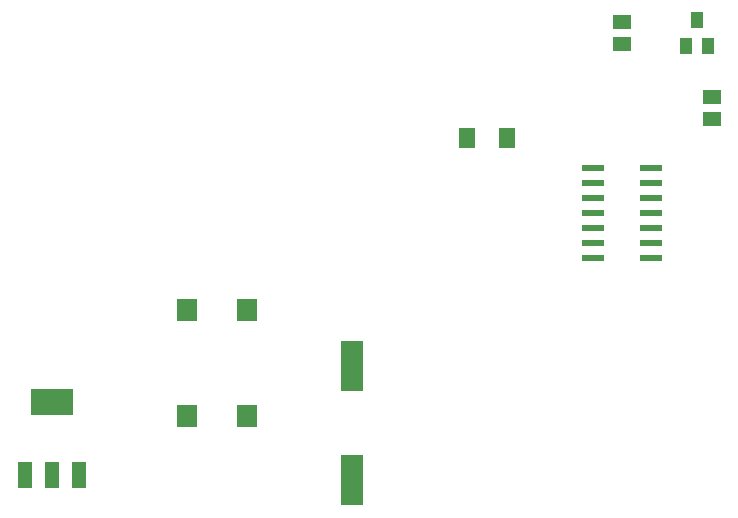
<source format=gbr>
G04 EAGLE Gerber RS-274X export*
G75*
%MOMM*%
%FSLAX34Y34*%
%LPD*%
%INSolderpaste Bottom*%
%IPPOS*%
%AMOC8*
5,1,8,0,0,1.08239X$1,22.5*%
G01*
%ADD10R,1.500000X1.300000*%
%ADD11R,1.000000X1.400000*%
%ADD12R,1.400000X1.800000*%
%ADD13R,1.968500X0.599100*%
%ADD14R,1.930400X4.318000*%
%ADD15R,1.700000X1.900000*%
%ADD16R,1.219000X2.235000*%
%ADD17R,3.600000X2.200000*%


D10*
X622300Y358800D03*
X622300Y377800D03*
X546100Y441300D03*
X546100Y422300D03*
D11*
X609600Y442800D03*
X600100Y420800D03*
X619100Y420800D03*
D12*
X448800Y342900D03*
X414800Y342900D03*
D13*
X570834Y317500D03*
X570834Y304800D03*
X570834Y292100D03*
X570834Y279400D03*
X570834Y266700D03*
X570834Y254000D03*
X570834Y241300D03*
X521366Y241300D03*
X521366Y254000D03*
X521366Y266700D03*
X521366Y279400D03*
X521366Y292100D03*
X521366Y304800D03*
X521366Y317500D03*
D14*
X317500Y149860D03*
X317500Y53340D03*
D15*
X228700Y107400D03*
X177700Y107400D03*
X177700Y197400D03*
X228700Y197400D03*
D16*
X86610Y57910D03*
X63500Y57910D03*
X40390Y57910D03*
D17*
X63500Y119890D03*
M02*

</source>
